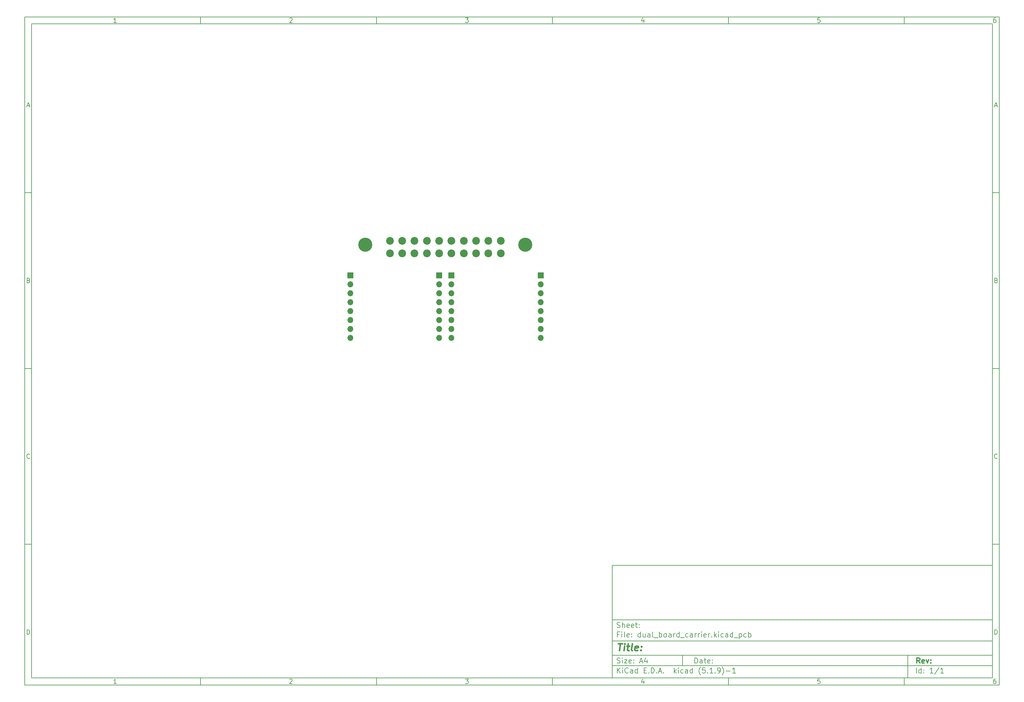
<source format=gbr>
%TF.GenerationSoftware,KiCad,Pcbnew,(5.1.9)-1*%
%TF.CreationDate,2021-01-28T21:00:47-06:00*%
%TF.ProjectId,dual_board_carrier,6475616c-5f62-46f6-9172-645f63617272,rev?*%
%TF.SameCoordinates,Original*%
%TF.FileFunction,Soldermask,Bot*%
%TF.FilePolarity,Negative*%
%FSLAX46Y46*%
G04 Gerber Fmt 4.6, Leading zero omitted, Abs format (unit mm)*
G04 Created by KiCad (PCBNEW (5.1.9)-1) date 2021-01-28 21:00:47*
%MOMM*%
%LPD*%
G01*
G04 APERTURE LIST*
%ADD10C,0.100000*%
%ADD11C,0.150000*%
%ADD12C,0.300000*%
%ADD13C,0.400000*%
%ADD14O,1.700000X1.700000*%
%ADD15R,1.700000X1.700000*%
%ADD16C,2.200000*%
%ADD17C,4.000000*%
G04 APERTURE END LIST*
D10*
D11*
X177002200Y-166007200D02*
X177002200Y-198007200D01*
X285002200Y-198007200D01*
X285002200Y-166007200D01*
X177002200Y-166007200D01*
D10*
D11*
X10000000Y-10000000D02*
X10000000Y-200007200D01*
X287002200Y-200007200D01*
X287002200Y-10000000D01*
X10000000Y-10000000D01*
D10*
D11*
X12000000Y-12000000D02*
X12000000Y-198007200D01*
X285002200Y-198007200D01*
X285002200Y-12000000D01*
X12000000Y-12000000D01*
D10*
D11*
X60000000Y-12000000D02*
X60000000Y-10000000D01*
D10*
D11*
X110000000Y-12000000D02*
X110000000Y-10000000D01*
D10*
D11*
X160000000Y-12000000D02*
X160000000Y-10000000D01*
D10*
D11*
X210000000Y-12000000D02*
X210000000Y-10000000D01*
D10*
D11*
X260000000Y-12000000D02*
X260000000Y-10000000D01*
D10*
D11*
X36065476Y-11588095D02*
X35322619Y-11588095D01*
X35694047Y-11588095D02*
X35694047Y-10288095D01*
X35570238Y-10473809D01*
X35446428Y-10597619D01*
X35322619Y-10659523D01*
D10*
D11*
X85322619Y-10411904D02*
X85384523Y-10350000D01*
X85508333Y-10288095D01*
X85817857Y-10288095D01*
X85941666Y-10350000D01*
X86003571Y-10411904D01*
X86065476Y-10535714D01*
X86065476Y-10659523D01*
X86003571Y-10845238D01*
X85260714Y-11588095D01*
X86065476Y-11588095D01*
D10*
D11*
X135260714Y-10288095D02*
X136065476Y-10288095D01*
X135632142Y-10783333D01*
X135817857Y-10783333D01*
X135941666Y-10845238D01*
X136003571Y-10907142D01*
X136065476Y-11030952D01*
X136065476Y-11340476D01*
X136003571Y-11464285D01*
X135941666Y-11526190D01*
X135817857Y-11588095D01*
X135446428Y-11588095D01*
X135322619Y-11526190D01*
X135260714Y-11464285D01*
D10*
D11*
X185941666Y-10721428D02*
X185941666Y-11588095D01*
X185632142Y-10226190D02*
X185322619Y-11154761D01*
X186127380Y-11154761D01*
D10*
D11*
X236003571Y-10288095D02*
X235384523Y-10288095D01*
X235322619Y-10907142D01*
X235384523Y-10845238D01*
X235508333Y-10783333D01*
X235817857Y-10783333D01*
X235941666Y-10845238D01*
X236003571Y-10907142D01*
X236065476Y-11030952D01*
X236065476Y-11340476D01*
X236003571Y-11464285D01*
X235941666Y-11526190D01*
X235817857Y-11588095D01*
X235508333Y-11588095D01*
X235384523Y-11526190D01*
X235322619Y-11464285D01*
D10*
D11*
X285941666Y-10288095D02*
X285694047Y-10288095D01*
X285570238Y-10350000D01*
X285508333Y-10411904D01*
X285384523Y-10597619D01*
X285322619Y-10845238D01*
X285322619Y-11340476D01*
X285384523Y-11464285D01*
X285446428Y-11526190D01*
X285570238Y-11588095D01*
X285817857Y-11588095D01*
X285941666Y-11526190D01*
X286003571Y-11464285D01*
X286065476Y-11340476D01*
X286065476Y-11030952D01*
X286003571Y-10907142D01*
X285941666Y-10845238D01*
X285817857Y-10783333D01*
X285570238Y-10783333D01*
X285446428Y-10845238D01*
X285384523Y-10907142D01*
X285322619Y-11030952D01*
D10*
D11*
X60000000Y-198007200D02*
X60000000Y-200007200D01*
D10*
D11*
X110000000Y-198007200D02*
X110000000Y-200007200D01*
D10*
D11*
X160000000Y-198007200D02*
X160000000Y-200007200D01*
D10*
D11*
X210000000Y-198007200D02*
X210000000Y-200007200D01*
D10*
D11*
X260000000Y-198007200D02*
X260000000Y-200007200D01*
D10*
D11*
X36065476Y-199595295D02*
X35322619Y-199595295D01*
X35694047Y-199595295D02*
X35694047Y-198295295D01*
X35570238Y-198481009D01*
X35446428Y-198604819D01*
X35322619Y-198666723D01*
D10*
D11*
X85322619Y-198419104D02*
X85384523Y-198357200D01*
X85508333Y-198295295D01*
X85817857Y-198295295D01*
X85941666Y-198357200D01*
X86003571Y-198419104D01*
X86065476Y-198542914D01*
X86065476Y-198666723D01*
X86003571Y-198852438D01*
X85260714Y-199595295D01*
X86065476Y-199595295D01*
D10*
D11*
X135260714Y-198295295D02*
X136065476Y-198295295D01*
X135632142Y-198790533D01*
X135817857Y-198790533D01*
X135941666Y-198852438D01*
X136003571Y-198914342D01*
X136065476Y-199038152D01*
X136065476Y-199347676D01*
X136003571Y-199471485D01*
X135941666Y-199533390D01*
X135817857Y-199595295D01*
X135446428Y-199595295D01*
X135322619Y-199533390D01*
X135260714Y-199471485D01*
D10*
D11*
X185941666Y-198728628D02*
X185941666Y-199595295D01*
X185632142Y-198233390D02*
X185322619Y-199161961D01*
X186127380Y-199161961D01*
D10*
D11*
X236003571Y-198295295D02*
X235384523Y-198295295D01*
X235322619Y-198914342D01*
X235384523Y-198852438D01*
X235508333Y-198790533D01*
X235817857Y-198790533D01*
X235941666Y-198852438D01*
X236003571Y-198914342D01*
X236065476Y-199038152D01*
X236065476Y-199347676D01*
X236003571Y-199471485D01*
X235941666Y-199533390D01*
X235817857Y-199595295D01*
X235508333Y-199595295D01*
X235384523Y-199533390D01*
X235322619Y-199471485D01*
D10*
D11*
X285941666Y-198295295D02*
X285694047Y-198295295D01*
X285570238Y-198357200D01*
X285508333Y-198419104D01*
X285384523Y-198604819D01*
X285322619Y-198852438D01*
X285322619Y-199347676D01*
X285384523Y-199471485D01*
X285446428Y-199533390D01*
X285570238Y-199595295D01*
X285817857Y-199595295D01*
X285941666Y-199533390D01*
X286003571Y-199471485D01*
X286065476Y-199347676D01*
X286065476Y-199038152D01*
X286003571Y-198914342D01*
X285941666Y-198852438D01*
X285817857Y-198790533D01*
X285570238Y-198790533D01*
X285446428Y-198852438D01*
X285384523Y-198914342D01*
X285322619Y-199038152D01*
D10*
D11*
X10000000Y-60000000D02*
X12000000Y-60000000D01*
D10*
D11*
X10000000Y-110000000D02*
X12000000Y-110000000D01*
D10*
D11*
X10000000Y-160000000D02*
X12000000Y-160000000D01*
D10*
D11*
X10690476Y-35216666D02*
X11309523Y-35216666D01*
X10566666Y-35588095D02*
X11000000Y-34288095D01*
X11433333Y-35588095D01*
D10*
D11*
X11092857Y-84907142D02*
X11278571Y-84969047D01*
X11340476Y-85030952D01*
X11402380Y-85154761D01*
X11402380Y-85340476D01*
X11340476Y-85464285D01*
X11278571Y-85526190D01*
X11154761Y-85588095D01*
X10659523Y-85588095D01*
X10659523Y-84288095D01*
X11092857Y-84288095D01*
X11216666Y-84350000D01*
X11278571Y-84411904D01*
X11340476Y-84535714D01*
X11340476Y-84659523D01*
X11278571Y-84783333D01*
X11216666Y-84845238D01*
X11092857Y-84907142D01*
X10659523Y-84907142D01*
D10*
D11*
X11402380Y-135464285D02*
X11340476Y-135526190D01*
X11154761Y-135588095D01*
X11030952Y-135588095D01*
X10845238Y-135526190D01*
X10721428Y-135402380D01*
X10659523Y-135278571D01*
X10597619Y-135030952D01*
X10597619Y-134845238D01*
X10659523Y-134597619D01*
X10721428Y-134473809D01*
X10845238Y-134350000D01*
X11030952Y-134288095D01*
X11154761Y-134288095D01*
X11340476Y-134350000D01*
X11402380Y-134411904D01*
D10*
D11*
X10659523Y-185588095D02*
X10659523Y-184288095D01*
X10969047Y-184288095D01*
X11154761Y-184350000D01*
X11278571Y-184473809D01*
X11340476Y-184597619D01*
X11402380Y-184845238D01*
X11402380Y-185030952D01*
X11340476Y-185278571D01*
X11278571Y-185402380D01*
X11154761Y-185526190D01*
X10969047Y-185588095D01*
X10659523Y-185588095D01*
D10*
D11*
X287002200Y-60000000D02*
X285002200Y-60000000D01*
D10*
D11*
X287002200Y-110000000D02*
X285002200Y-110000000D01*
D10*
D11*
X287002200Y-160000000D02*
X285002200Y-160000000D01*
D10*
D11*
X285692676Y-35216666D02*
X286311723Y-35216666D01*
X285568866Y-35588095D02*
X286002200Y-34288095D01*
X286435533Y-35588095D01*
D10*
D11*
X286095057Y-84907142D02*
X286280771Y-84969047D01*
X286342676Y-85030952D01*
X286404580Y-85154761D01*
X286404580Y-85340476D01*
X286342676Y-85464285D01*
X286280771Y-85526190D01*
X286156961Y-85588095D01*
X285661723Y-85588095D01*
X285661723Y-84288095D01*
X286095057Y-84288095D01*
X286218866Y-84350000D01*
X286280771Y-84411904D01*
X286342676Y-84535714D01*
X286342676Y-84659523D01*
X286280771Y-84783333D01*
X286218866Y-84845238D01*
X286095057Y-84907142D01*
X285661723Y-84907142D01*
D10*
D11*
X286404580Y-135464285D02*
X286342676Y-135526190D01*
X286156961Y-135588095D01*
X286033152Y-135588095D01*
X285847438Y-135526190D01*
X285723628Y-135402380D01*
X285661723Y-135278571D01*
X285599819Y-135030952D01*
X285599819Y-134845238D01*
X285661723Y-134597619D01*
X285723628Y-134473809D01*
X285847438Y-134350000D01*
X286033152Y-134288095D01*
X286156961Y-134288095D01*
X286342676Y-134350000D01*
X286404580Y-134411904D01*
D10*
D11*
X285661723Y-185588095D02*
X285661723Y-184288095D01*
X285971247Y-184288095D01*
X286156961Y-184350000D01*
X286280771Y-184473809D01*
X286342676Y-184597619D01*
X286404580Y-184845238D01*
X286404580Y-185030952D01*
X286342676Y-185278571D01*
X286280771Y-185402380D01*
X286156961Y-185526190D01*
X285971247Y-185588095D01*
X285661723Y-185588095D01*
D10*
D11*
X200434342Y-193785771D02*
X200434342Y-192285771D01*
X200791485Y-192285771D01*
X201005771Y-192357200D01*
X201148628Y-192500057D01*
X201220057Y-192642914D01*
X201291485Y-192928628D01*
X201291485Y-193142914D01*
X201220057Y-193428628D01*
X201148628Y-193571485D01*
X201005771Y-193714342D01*
X200791485Y-193785771D01*
X200434342Y-193785771D01*
X202577200Y-193785771D02*
X202577200Y-193000057D01*
X202505771Y-192857200D01*
X202362914Y-192785771D01*
X202077200Y-192785771D01*
X201934342Y-192857200D01*
X202577200Y-193714342D02*
X202434342Y-193785771D01*
X202077200Y-193785771D01*
X201934342Y-193714342D01*
X201862914Y-193571485D01*
X201862914Y-193428628D01*
X201934342Y-193285771D01*
X202077200Y-193214342D01*
X202434342Y-193214342D01*
X202577200Y-193142914D01*
X203077200Y-192785771D02*
X203648628Y-192785771D01*
X203291485Y-192285771D02*
X203291485Y-193571485D01*
X203362914Y-193714342D01*
X203505771Y-193785771D01*
X203648628Y-193785771D01*
X204720057Y-193714342D02*
X204577200Y-193785771D01*
X204291485Y-193785771D01*
X204148628Y-193714342D01*
X204077200Y-193571485D01*
X204077200Y-193000057D01*
X204148628Y-192857200D01*
X204291485Y-192785771D01*
X204577200Y-192785771D01*
X204720057Y-192857200D01*
X204791485Y-193000057D01*
X204791485Y-193142914D01*
X204077200Y-193285771D01*
X205434342Y-193642914D02*
X205505771Y-193714342D01*
X205434342Y-193785771D01*
X205362914Y-193714342D01*
X205434342Y-193642914D01*
X205434342Y-193785771D01*
X205434342Y-192857200D02*
X205505771Y-192928628D01*
X205434342Y-193000057D01*
X205362914Y-192928628D01*
X205434342Y-192857200D01*
X205434342Y-193000057D01*
D10*
D11*
X177002200Y-194507200D02*
X285002200Y-194507200D01*
D10*
D11*
X178434342Y-196585771D02*
X178434342Y-195085771D01*
X179291485Y-196585771D02*
X178648628Y-195728628D01*
X179291485Y-195085771D02*
X178434342Y-195942914D01*
X179934342Y-196585771D02*
X179934342Y-195585771D01*
X179934342Y-195085771D02*
X179862914Y-195157200D01*
X179934342Y-195228628D01*
X180005771Y-195157200D01*
X179934342Y-195085771D01*
X179934342Y-195228628D01*
X181505771Y-196442914D02*
X181434342Y-196514342D01*
X181220057Y-196585771D01*
X181077200Y-196585771D01*
X180862914Y-196514342D01*
X180720057Y-196371485D01*
X180648628Y-196228628D01*
X180577200Y-195942914D01*
X180577200Y-195728628D01*
X180648628Y-195442914D01*
X180720057Y-195300057D01*
X180862914Y-195157200D01*
X181077200Y-195085771D01*
X181220057Y-195085771D01*
X181434342Y-195157200D01*
X181505771Y-195228628D01*
X182791485Y-196585771D02*
X182791485Y-195800057D01*
X182720057Y-195657200D01*
X182577200Y-195585771D01*
X182291485Y-195585771D01*
X182148628Y-195657200D01*
X182791485Y-196514342D02*
X182648628Y-196585771D01*
X182291485Y-196585771D01*
X182148628Y-196514342D01*
X182077200Y-196371485D01*
X182077200Y-196228628D01*
X182148628Y-196085771D01*
X182291485Y-196014342D01*
X182648628Y-196014342D01*
X182791485Y-195942914D01*
X184148628Y-196585771D02*
X184148628Y-195085771D01*
X184148628Y-196514342D02*
X184005771Y-196585771D01*
X183720057Y-196585771D01*
X183577200Y-196514342D01*
X183505771Y-196442914D01*
X183434342Y-196300057D01*
X183434342Y-195871485D01*
X183505771Y-195728628D01*
X183577200Y-195657200D01*
X183720057Y-195585771D01*
X184005771Y-195585771D01*
X184148628Y-195657200D01*
X186005771Y-195800057D02*
X186505771Y-195800057D01*
X186720057Y-196585771D02*
X186005771Y-196585771D01*
X186005771Y-195085771D01*
X186720057Y-195085771D01*
X187362914Y-196442914D02*
X187434342Y-196514342D01*
X187362914Y-196585771D01*
X187291485Y-196514342D01*
X187362914Y-196442914D01*
X187362914Y-196585771D01*
X188077200Y-196585771D02*
X188077200Y-195085771D01*
X188434342Y-195085771D01*
X188648628Y-195157200D01*
X188791485Y-195300057D01*
X188862914Y-195442914D01*
X188934342Y-195728628D01*
X188934342Y-195942914D01*
X188862914Y-196228628D01*
X188791485Y-196371485D01*
X188648628Y-196514342D01*
X188434342Y-196585771D01*
X188077200Y-196585771D01*
X189577200Y-196442914D02*
X189648628Y-196514342D01*
X189577200Y-196585771D01*
X189505771Y-196514342D01*
X189577200Y-196442914D01*
X189577200Y-196585771D01*
X190220057Y-196157200D02*
X190934342Y-196157200D01*
X190077200Y-196585771D02*
X190577200Y-195085771D01*
X191077200Y-196585771D01*
X191577200Y-196442914D02*
X191648628Y-196514342D01*
X191577200Y-196585771D01*
X191505771Y-196514342D01*
X191577200Y-196442914D01*
X191577200Y-196585771D01*
X194577200Y-196585771D02*
X194577200Y-195085771D01*
X194720057Y-196014342D02*
X195148628Y-196585771D01*
X195148628Y-195585771D02*
X194577200Y-196157200D01*
X195791485Y-196585771D02*
X195791485Y-195585771D01*
X195791485Y-195085771D02*
X195720057Y-195157200D01*
X195791485Y-195228628D01*
X195862914Y-195157200D01*
X195791485Y-195085771D01*
X195791485Y-195228628D01*
X197148628Y-196514342D02*
X197005771Y-196585771D01*
X196720057Y-196585771D01*
X196577200Y-196514342D01*
X196505771Y-196442914D01*
X196434342Y-196300057D01*
X196434342Y-195871485D01*
X196505771Y-195728628D01*
X196577200Y-195657200D01*
X196720057Y-195585771D01*
X197005771Y-195585771D01*
X197148628Y-195657200D01*
X198434342Y-196585771D02*
X198434342Y-195800057D01*
X198362914Y-195657200D01*
X198220057Y-195585771D01*
X197934342Y-195585771D01*
X197791485Y-195657200D01*
X198434342Y-196514342D02*
X198291485Y-196585771D01*
X197934342Y-196585771D01*
X197791485Y-196514342D01*
X197720057Y-196371485D01*
X197720057Y-196228628D01*
X197791485Y-196085771D01*
X197934342Y-196014342D01*
X198291485Y-196014342D01*
X198434342Y-195942914D01*
X199791485Y-196585771D02*
X199791485Y-195085771D01*
X199791485Y-196514342D02*
X199648628Y-196585771D01*
X199362914Y-196585771D01*
X199220057Y-196514342D01*
X199148628Y-196442914D01*
X199077200Y-196300057D01*
X199077200Y-195871485D01*
X199148628Y-195728628D01*
X199220057Y-195657200D01*
X199362914Y-195585771D01*
X199648628Y-195585771D01*
X199791485Y-195657200D01*
X202077200Y-197157200D02*
X202005771Y-197085771D01*
X201862914Y-196871485D01*
X201791485Y-196728628D01*
X201720057Y-196514342D01*
X201648628Y-196157200D01*
X201648628Y-195871485D01*
X201720057Y-195514342D01*
X201791485Y-195300057D01*
X201862914Y-195157200D01*
X202005771Y-194942914D01*
X202077200Y-194871485D01*
X203362914Y-195085771D02*
X202648628Y-195085771D01*
X202577200Y-195800057D01*
X202648628Y-195728628D01*
X202791485Y-195657200D01*
X203148628Y-195657200D01*
X203291485Y-195728628D01*
X203362914Y-195800057D01*
X203434342Y-195942914D01*
X203434342Y-196300057D01*
X203362914Y-196442914D01*
X203291485Y-196514342D01*
X203148628Y-196585771D01*
X202791485Y-196585771D01*
X202648628Y-196514342D01*
X202577200Y-196442914D01*
X204077200Y-196442914D02*
X204148628Y-196514342D01*
X204077200Y-196585771D01*
X204005771Y-196514342D01*
X204077200Y-196442914D01*
X204077200Y-196585771D01*
X205577200Y-196585771D02*
X204720057Y-196585771D01*
X205148628Y-196585771D02*
X205148628Y-195085771D01*
X205005771Y-195300057D01*
X204862914Y-195442914D01*
X204720057Y-195514342D01*
X206220057Y-196442914D02*
X206291485Y-196514342D01*
X206220057Y-196585771D01*
X206148628Y-196514342D01*
X206220057Y-196442914D01*
X206220057Y-196585771D01*
X207005771Y-196585771D02*
X207291485Y-196585771D01*
X207434342Y-196514342D01*
X207505771Y-196442914D01*
X207648628Y-196228628D01*
X207720057Y-195942914D01*
X207720057Y-195371485D01*
X207648628Y-195228628D01*
X207577200Y-195157200D01*
X207434342Y-195085771D01*
X207148628Y-195085771D01*
X207005771Y-195157200D01*
X206934342Y-195228628D01*
X206862914Y-195371485D01*
X206862914Y-195728628D01*
X206934342Y-195871485D01*
X207005771Y-195942914D01*
X207148628Y-196014342D01*
X207434342Y-196014342D01*
X207577200Y-195942914D01*
X207648628Y-195871485D01*
X207720057Y-195728628D01*
X208220057Y-197157200D02*
X208291485Y-197085771D01*
X208434342Y-196871485D01*
X208505771Y-196728628D01*
X208577200Y-196514342D01*
X208648628Y-196157200D01*
X208648628Y-195871485D01*
X208577200Y-195514342D01*
X208505771Y-195300057D01*
X208434342Y-195157200D01*
X208291485Y-194942914D01*
X208220057Y-194871485D01*
X209362914Y-196014342D02*
X210505771Y-196014342D01*
X212005771Y-196585771D02*
X211148628Y-196585771D01*
X211577200Y-196585771D02*
X211577200Y-195085771D01*
X211434342Y-195300057D01*
X211291485Y-195442914D01*
X211148628Y-195514342D01*
D10*
D11*
X177002200Y-191507200D02*
X285002200Y-191507200D01*
D10*
D12*
X264411485Y-193785771D02*
X263911485Y-193071485D01*
X263554342Y-193785771D02*
X263554342Y-192285771D01*
X264125771Y-192285771D01*
X264268628Y-192357200D01*
X264340057Y-192428628D01*
X264411485Y-192571485D01*
X264411485Y-192785771D01*
X264340057Y-192928628D01*
X264268628Y-193000057D01*
X264125771Y-193071485D01*
X263554342Y-193071485D01*
X265625771Y-193714342D02*
X265482914Y-193785771D01*
X265197200Y-193785771D01*
X265054342Y-193714342D01*
X264982914Y-193571485D01*
X264982914Y-193000057D01*
X265054342Y-192857200D01*
X265197200Y-192785771D01*
X265482914Y-192785771D01*
X265625771Y-192857200D01*
X265697200Y-193000057D01*
X265697200Y-193142914D01*
X264982914Y-193285771D01*
X266197200Y-192785771D02*
X266554342Y-193785771D01*
X266911485Y-192785771D01*
X267482914Y-193642914D02*
X267554342Y-193714342D01*
X267482914Y-193785771D01*
X267411485Y-193714342D01*
X267482914Y-193642914D01*
X267482914Y-193785771D01*
X267482914Y-192857200D02*
X267554342Y-192928628D01*
X267482914Y-193000057D01*
X267411485Y-192928628D01*
X267482914Y-192857200D01*
X267482914Y-193000057D01*
D10*
D11*
X178362914Y-193714342D02*
X178577200Y-193785771D01*
X178934342Y-193785771D01*
X179077200Y-193714342D01*
X179148628Y-193642914D01*
X179220057Y-193500057D01*
X179220057Y-193357200D01*
X179148628Y-193214342D01*
X179077200Y-193142914D01*
X178934342Y-193071485D01*
X178648628Y-193000057D01*
X178505771Y-192928628D01*
X178434342Y-192857200D01*
X178362914Y-192714342D01*
X178362914Y-192571485D01*
X178434342Y-192428628D01*
X178505771Y-192357200D01*
X178648628Y-192285771D01*
X179005771Y-192285771D01*
X179220057Y-192357200D01*
X179862914Y-193785771D02*
X179862914Y-192785771D01*
X179862914Y-192285771D02*
X179791485Y-192357200D01*
X179862914Y-192428628D01*
X179934342Y-192357200D01*
X179862914Y-192285771D01*
X179862914Y-192428628D01*
X180434342Y-192785771D02*
X181220057Y-192785771D01*
X180434342Y-193785771D01*
X181220057Y-193785771D01*
X182362914Y-193714342D02*
X182220057Y-193785771D01*
X181934342Y-193785771D01*
X181791485Y-193714342D01*
X181720057Y-193571485D01*
X181720057Y-193000057D01*
X181791485Y-192857200D01*
X181934342Y-192785771D01*
X182220057Y-192785771D01*
X182362914Y-192857200D01*
X182434342Y-193000057D01*
X182434342Y-193142914D01*
X181720057Y-193285771D01*
X183077200Y-193642914D02*
X183148628Y-193714342D01*
X183077200Y-193785771D01*
X183005771Y-193714342D01*
X183077200Y-193642914D01*
X183077200Y-193785771D01*
X183077200Y-192857200D02*
X183148628Y-192928628D01*
X183077200Y-193000057D01*
X183005771Y-192928628D01*
X183077200Y-192857200D01*
X183077200Y-193000057D01*
X184862914Y-193357200D02*
X185577200Y-193357200D01*
X184720057Y-193785771D02*
X185220057Y-192285771D01*
X185720057Y-193785771D01*
X186862914Y-192785771D02*
X186862914Y-193785771D01*
X186505771Y-192214342D02*
X186148628Y-193285771D01*
X187077200Y-193285771D01*
D10*
D11*
X263434342Y-196585771D02*
X263434342Y-195085771D01*
X264791485Y-196585771D02*
X264791485Y-195085771D01*
X264791485Y-196514342D02*
X264648628Y-196585771D01*
X264362914Y-196585771D01*
X264220057Y-196514342D01*
X264148628Y-196442914D01*
X264077200Y-196300057D01*
X264077200Y-195871485D01*
X264148628Y-195728628D01*
X264220057Y-195657200D01*
X264362914Y-195585771D01*
X264648628Y-195585771D01*
X264791485Y-195657200D01*
X265505771Y-196442914D02*
X265577200Y-196514342D01*
X265505771Y-196585771D01*
X265434342Y-196514342D01*
X265505771Y-196442914D01*
X265505771Y-196585771D01*
X265505771Y-195657200D02*
X265577200Y-195728628D01*
X265505771Y-195800057D01*
X265434342Y-195728628D01*
X265505771Y-195657200D01*
X265505771Y-195800057D01*
X268148628Y-196585771D02*
X267291485Y-196585771D01*
X267720057Y-196585771D02*
X267720057Y-195085771D01*
X267577200Y-195300057D01*
X267434342Y-195442914D01*
X267291485Y-195514342D01*
X269862914Y-195014342D02*
X268577200Y-196942914D01*
X271148628Y-196585771D02*
X270291485Y-196585771D01*
X270720057Y-196585771D02*
X270720057Y-195085771D01*
X270577200Y-195300057D01*
X270434342Y-195442914D01*
X270291485Y-195514342D01*
D10*
D11*
X177002200Y-187507200D02*
X285002200Y-187507200D01*
D10*
D13*
X178714580Y-188211961D02*
X179857438Y-188211961D01*
X179036009Y-190211961D02*
X179286009Y-188211961D01*
X180274104Y-190211961D02*
X180440771Y-188878628D01*
X180524104Y-188211961D02*
X180416961Y-188307200D01*
X180500295Y-188402438D01*
X180607438Y-188307200D01*
X180524104Y-188211961D01*
X180500295Y-188402438D01*
X181107438Y-188878628D02*
X181869342Y-188878628D01*
X181476485Y-188211961D02*
X181262200Y-189926247D01*
X181333628Y-190116723D01*
X181512200Y-190211961D01*
X181702676Y-190211961D01*
X182655057Y-190211961D02*
X182476485Y-190116723D01*
X182405057Y-189926247D01*
X182619342Y-188211961D01*
X184190771Y-190116723D02*
X183988390Y-190211961D01*
X183607438Y-190211961D01*
X183428866Y-190116723D01*
X183357438Y-189926247D01*
X183452676Y-189164342D01*
X183571723Y-188973866D01*
X183774104Y-188878628D01*
X184155057Y-188878628D01*
X184333628Y-188973866D01*
X184405057Y-189164342D01*
X184381247Y-189354819D01*
X183405057Y-189545295D01*
X185155057Y-190021485D02*
X185238390Y-190116723D01*
X185131247Y-190211961D01*
X185047914Y-190116723D01*
X185155057Y-190021485D01*
X185131247Y-190211961D01*
X185286009Y-188973866D02*
X185369342Y-189069104D01*
X185262200Y-189164342D01*
X185178866Y-189069104D01*
X185286009Y-188973866D01*
X185262200Y-189164342D01*
D10*
D11*
X178934342Y-185600057D02*
X178434342Y-185600057D01*
X178434342Y-186385771D02*
X178434342Y-184885771D01*
X179148628Y-184885771D01*
X179720057Y-186385771D02*
X179720057Y-185385771D01*
X179720057Y-184885771D02*
X179648628Y-184957200D01*
X179720057Y-185028628D01*
X179791485Y-184957200D01*
X179720057Y-184885771D01*
X179720057Y-185028628D01*
X180648628Y-186385771D02*
X180505771Y-186314342D01*
X180434342Y-186171485D01*
X180434342Y-184885771D01*
X181791485Y-186314342D02*
X181648628Y-186385771D01*
X181362914Y-186385771D01*
X181220057Y-186314342D01*
X181148628Y-186171485D01*
X181148628Y-185600057D01*
X181220057Y-185457200D01*
X181362914Y-185385771D01*
X181648628Y-185385771D01*
X181791485Y-185457200D01*
X181862914Y-185600057D01*
X181862914Y-185742914D01*
X181148628Y-185885771D01*
X182505771Y-186242914D02*
X182577200Y-186314342D01*
X182505771Y-186385771D01*
X182434342Y-186314342D01*
X182505771Y-186242914D01*
X182505771Y-186385771D01*
X182505771Y-185457200D02*
X182577200Y-185528628D01*
X182505771Y-185600057D01*
X182434342Y-185528628D01*
X182505771Y-185457200D01*
X182505771Y-185600057D01*
X185005771Y-186385771D02*
X185005771Y-184885771D01*
X185005771Y-186314342D02*
X184862914Y-186385771D01*
X184577200Y-186385771D01*
X184434342Y-186314342D01*
X184362914Y-186242914D01*
X184291485Y-186100057D01*
X184291485Y-185671485D01*
X184362914Y-185528628D01*
X184434342Y-185457200D01*
X184577200Y-185385771D01*
X184862914Y-185385771D01*
X185005771Y-185457200D01*
X186362914Y-185385771D02*
X186362914Y-186385771D01*
X185720057Y-185385771D02*
X185720057Y-186171485D01*
X185791485Y-186314342D01*
X185934342Y-186385771D01*
X186148628Y-186385771D01*
X186291485Y-186314342D01*
X186362914Y-186242914D01*
X187720057Y-186385771D02*
X187720057Y-185600057D01*
X187648628Y-185457200D01*
X187505771Y-185385771D01*
X187220057Y-185385771D01*
X187077200Y-185457200D01*
X187720057Y-186314342D02*
X187577200Y-186385771D01*
X187220057Y-186385771D01*
X187077200Y-186314342D01*
X187005771Y-186171485D01*
X187005771Y-186028628D01*
X187077200Y-185885771D01*
X187220057Y-185814342D01*
X187577200Y-185814342D01*
X187720057Y-185742914D01*
X188648628Y-186385771D02*
X188505771Y-186314342D01*
X188434342Y-186171485D01*
X188434342Y-184885771D01*
X188862914Y-186528628D02*
X190005771Y-186528628D01*
X190362914Y-186385771D02*
X190362914Y-184885771D01*
X190362914Y-185457200D02*
X190505771Y-185385771D01*
X190791485Y-185385771D01*
X190934342Y-185457200D01*
X191005771Y-185528628D01*
X191077200Y-185671485D01*
X191077200Y-186100057D01*
X191005771Y-186242914D01*
X190934342Y-186314342D01*
X190791485Y-186385771D01*
X190505771Y-186385771D01*
X190362914Y-186314342D01*
X191934342Y-186385771D02*
X191791485Y-186314342D01*
X191720057Y-186242914D01*
X191648628Y-186100057D01*
X191648628Y-185671485D01*
X191720057Y-185528628D01*
X191791485Y-185457200D01*
X191934342Y-185385771D01*
X192148628Y-185385771D01*
X192291485Y-185457200D01*
X192362914Y-185528628D01*
X192434342Y-185671485D01*
X192434342Y-186100057D01*
X192362914Y-186242914D01*
X192291485Y-186314342D01*
X192148628Y-186385771D01*
X191934342Y-186385771D01*
X193720057Y-186385771D02*
X193720057Y-185600057D01*
X193648628Y-185457200D01*
X193505771Y-185385771D01*
X193220057Y-185385771D01*
X193077200Y-185457200D01*
X193720057Y-186314342D02*
X193577200Y-186385771D01*
X193220057Y-186385771D01*
X193077200Y-186314342D01*
X193005771Y-186171485D01*
X193005771Y-186028628D01*
X193077200Y-185885771D01*
X193220057Y-185814342D01*
X193577200Y-185814342D01*
X193720057Y-185742914D01*
X194434342Y-186385771D02*
X194434342Y-185385771D01*
X194434342Y-185671485D02*
X194505771Y-185528628D01*
X194577200Y-185457200D01*
X194720057Y-185385771D01*
X194862914Y-185385771D01*
X196005771Y-186385771D02*
X196005771Y-184885771D01*
X196005771Y-186314342D02*
X195862914Y-186385771D01*
X195577200Y-186385771D01*
X195434342Y-186314342D01*
X195362914Y-186242914D01*
X195291485Y-186100057D01*
X195291485Y-185671485D01*
X195362914Y-185528628D01*
X195434342Y-185457200D01*
X195577200Y-185385771D01*
X195862914Y-185385771D01*
X196005771Y-185457200D01*
X196362914Y-186528628D02*
X197505771Y-186528628D01*
X198505771Y-186314342D02*
X198362914Y-186385771D01*
X198077200Y-186385771D01*
X197934342Y-186314342D01*
X197862914Y-186242914D01*
X197791485Y-186100057D01*
X197791485Y-185671485D01*
X197862914Y-185528628D01*
X197934342Y-185457200D01*
X198077200Y-185385771D01*
X198362914Y-185385771D01*
X198505771Y-185457200D01*
X199791485Y-186385771D02*
X199791485Y-185600057D01*
X199720057Y-185457200D01*
X199577200Y-185385771D01*
X199291485Y-185385771D01*
X199148628Y-185457200D01*
X199791485Y-186314342D02*
X199648628Y-186385771D01*
X199291485Y-186385771D01*
X199148628Y-186314342D01*
X199077200Y-186171485D01*
X199077200Y-186028628D01*
X199148628Y-185885771D01*
X199291485Y-185814342D01*
X199648628Y-185814342D01*
X199791485Y-185742914D01*
X200505771Y-186385771D02*
X200505771Y-185385771D01*
X200505771Y-185671485D02*
X200577200Y-185528628D01*
X200648628Y-185457200D01*
X200791485Y-185385771D01*
X200934342Y-185385771D01*
X201434342Y-186385771D02*
X201434342Y-185385771D01*
X201434342Y-185671485D02*
X201505771Y-185528628D01*
X201577200Y-185457200D01*
X201720057Y-185385771D01*
X201862914Y-185385771D01*
X202362914Y-186385771D02*
X202362914Y-185385771D01*
X202362914Y-184885771D02*
X202291485Y-184957200D01*
X202362914Y-185028628D01*
X202434342Y-184957200D01*
X202362914Y-184885771D01*
X202362914Y-185028628D01*
X203648628Y-186314342D02*
X203505771Y-186385771D01*
X203220057Y-186385771D01*
X203077200Y-186314342D01*
X203005771Y-186171485D01*
X203005771Y-185600057D01*
X203077200Y-185457200D01*
X203220057Y-185385771D01*
X203505771Y-185385771D01*
X203648628Y-185457200D01*
X203720057Y-185600057D01*
X203720057Y-185742914D01*
X203005771Y-185885771D01*
X204362914Y-186385771D02*
X204362914Y-185385771D01*
X204362914Y-185671485D02*
X204434342Y-185528628D01*
X204505771Y-185457200D01*
X204648628Y-185385771D01*
X204791485Y-185385771D01*
X205291485Y-186242914D02*
X205362914Y-186314342D01*
X205291485Y-186385771D01*
X205220057Y-186314342D01*
X205291485Y-186242914D01*
X205291485Y-186385771D01*
X206005771Y-186385771D02*
X206005771Y-184885771D01*
X206148628Y-185814342D02*
X206577200Y-186385771D01*
X206577200Y-185385771D02*
X206005771Y-185957200D01*
X207220057Y-186385771D02*
X207220057Y-185385771D01*
X207220057Y-184885771D02*
X207148628Y-184957200D01*
X207220057Y-185028628D01*
X207291485Y-184957200D01*
X207220057Y-184885771D01*
X207220057Y-185028628D01*
X208577200Y-186314342D02*
X208434342Y-186385771D01*
X208148628Y-186385771D01*
X208005771Y-186314342D01*
X207934342Y-186242914D01*
X207862914Y-186100057D01*
X207862914Y-185671485D01*
X207934342Y-185528628D01*
X208005771Y-185457200D01*
X208148628Y-185385771D01*
X208434342Y-185385771D01*
X208577200Y-185457200D01*
X209862914Y-186385771D02*
X209862914Y-185600057D01*
X209791485Y-185457200D01*
X209648628Y-185385771D01*
X209362914Y-185385771D01*
X209220057Y-185457200D01*
X209862914Y-186314342D02*
X209720057Y-186385771D01*
X209362914Y-186385771D01*
X209220057Y-186314342D01*
X209148628Y-186171485D01*
X209148628Y-186028628D01*
X209220057Y-185885771D01*
X209362914Y-185814342D01*
X209720057Y-185814342D01*
X209862914Y-185742914D01*
X211220057Y-186385771D02*
X211220057Y-184885771D01*
X211220057Y-186314342D02*
X211077200Y-186385771D01*
X210791485Y-186385771D01*
X210648628Y-186314342D01*
X210577200Y-186242914D01*
X210505771Y-186100057D01*
X210505771Y-185671485D01*
X210577200Y-185528628D01*
X210648628Y-185457200D01*
X210791485Y-185385771D01*
X211077200Y-185385771D01*
X211220057Y-185457200D01*
X211577200Y-186528628D02*
X212720057Y-186528628D01*
X213077200Y-185385771D02*
X213077200Y-186885771D01*
X213077200Y-185457200D02*
X213220057Y-185385771D01*
X213505771Y-185385771D01*
X213648628Y-185457200D01*
X213720057Y-185528628D01*
X213791485Y-185671485D01*
X213791485Y-186100057D01*
X213720057Y-186242914D01*
X213648628Y-186314342D01*
X213505771Y-186385771D01*
X213220057Y-186385771D01*
X213077200Y-186314342D01*
X215077200Y-186314342D02*
X214934342Y-186385771D01*
X214648628Y-186385771D01*
X214505771Y-186314342D01*
X214434342Y-186242914D01*
X214362914Y-186100057D01*
X214362914Y-185671485D01*
X214434342Y-185528628D01*
X214505771Y-185457200D01*
X214648628Y-185385771D01*
X214934342Y-185385771D01*
X215077200Y-185457200D01*
X215720057Y-186385771D02*
X215720057Y-184885771D01*
X215720057Y-185457200D02*
X215862914Y-185385771D01*
X216148628Y-185385771D01*
X216291485Y-185457200D01*
X216362914Y-185528628D01*
X216434342Y-185671485D01*
X216434342Y-186100057D01*
X216362914Y-186242914D01*
X216291485Y-186314342D01*
X216148628Y-186385771D01*
X215862914Y-186385771D01*
X215720057Y-186314342D01*
D10*
D11*
X177002200Y-181507200D02*
X285002200Y-181507200D01*
D10*
D11*
X178362914Y-183614342D02*
X178577200Y-183685771D01*
X178934342Y-183685771D01*
X179077200Y-183614342D01*
X179148628Y-183542914D01*
X179220057Y-183400057D01*
X179220057Y-183257200D01*
X179148628Y-183114342D01*
X179077200Y-183042914D01*
X178934342Y-182971485D01*
X178648628Y-182900057D01*
X178505771Y-182828628D01*
X178434342Y-182757200D01*
X178362914Y-182614342D01*
X178362914Y-182471485D01*
X178434342Y-182328628D01*
X178505771Y-182257200D01*
X178648628Y-182185771D01*
X179005771Y-182185771D01*
X179220057Y-182257200D01*
X179862914Y-183685771D02*
X179862914Y-182185771D01*
X180505771Y-183685771D02*
X180505771Y-182900057D01*
X180434342Y-182757200D01*
X180291485Y-182685771D01*
X180077200Y-182685771D01*
X179934342Y-182757200D01*
X179862914Y-182828628D01*
X181791485Y-183614342D02*
X181648628Y-183685771D01*
X181362914Y-183685771D01*
X181220057Y-183614342D01*
X181148628Y-183471485D01*
X181148628Y-182900057D01*
X181220057Y-182757200D01*
X181362914Y-182685771D01*
X181648628Y-182685771D01*
X181791485Y-182757200D01*
X181862914Y-182900057D01*
X181862914Y-183042914D01*
X181148628Y-183185771D01*
X183077200Y-183614342D02*
X182934342Y-183685771D01*
X182648628Y-183685771D01*
X182505771Y-183614342D01*
X182434342Y-183471485D01*
X182434342Y-182900057D01*
X182505771Y-182757200D01*
X182648628Y-182685771D01*
X182934342Y-182685771D01*
X183077200Y-182757200D01*
X183148628Y-182900057D01*
X183148628Y-183042914D01*
X182434342Y-183185771D01*
X183577200Y-182685771D02*
X184148628Y-182685771D01*
X183791485Y-182185771D02*
X183791485Y-183471485D01*
X183862914Y-183614342D01*
X184005771Y-183685771D01*
X184148628Y-183685771D01*
X184648628Y-183542914D02*
X184720057Y-183614342D01*
X184648628Y-183685771D01*
X184577200Y-183614342D01*
X184648628Y-183542914D01*
X184648628Y-183685771D01*
X184648628Y-182757200D02*
X184720057Y-182828628D01*
X184648628Y-182900057D01*
X184577200Y-182828628D01*
X184648628Y-182757200D01*
X184648628Y-182900057D01*
D10*
D11*
X197002200Y-191507200D02*
X197002200Y-194507200D01*
D10*
D11*
X261002200Y-191507200D02*
X261002200Y-198007200D01*
D14*
%TO.C,J5*%
X156690000Y-101280000D03*
X156690000Y-98740000D03*
X156690000Y-96200000D03*
X156690000Y-93660000D03*
X156690000Y-91120000D03*
X156690000Y-88580000D03*
X156690000Y-86040000D03*
D15*
X156690000Y-83500000D03*
%TD*%
D14*
%TO.C,J4*%
X131290000Y-101280000D03*
X131290000Y-98740000D03*
X131290000Y-96200000D03*
X131290000Y-93660000D03*
X131290000Y-91120000D03*
X131290000Y-88580000D03*
X131290000Y-86040000D03*
D15*
X131290000Y-83500000D03*
%TD*%
D16*
%TO.C,J3*%
X145290000Y-77212000D03*
X141790000Y-77212000D03*
X138290000Y-77212000D03*
X134790000Y-77212000D03*
X131290000Y-77212000D03*
X127790000Y-77212000D03*
X124290000Y-77212000D03*
X120790000Y-77212000D03*
X117290000Y-77212000D03*
X113790000Y-77212000D03*
X145290000Y-73712000D03*
X141790000Y-73712000D03*
X138290000Y-73712000D03*
X134790000Y-73712000D03*
X131290000Y-73712000D03*
X127790000Y-73712000D03*
X124290000Y-73712000D03*
X120790000Y-73712000D03*
X117290000Y-73712000D03*
X113790000Y-73712000D03*
D17*
X152290000Y-74752000D03*
X106790000Y-74752000D03*
%TD*%
D14*
%TO.C,J2*%
X127790000Y-101280000D03*
X127790000Y-98740000D03*
X127790000Y-96200000D03*
X127790000Y-93660000D03*
X127790000Y-91120000D03*
X127790000Y-88580000D03*
X127790000Y-86040000D03*
D15*
X127790000Y-83500000D03*
%TD*%
D14*
%TO.C,J1*%
X102560000Y-101280000D03*
X102560000Y-98740000D03*
X102560000Y-96200000D03*
X102560000Y-93660000D03*
X102560000Y-91120000D03*
X102560000Y-88580000D03*
X102560000Y-86040000D03*
D15*
X102560000Y-83500000D03*
%TD*%
M02*

</source>
